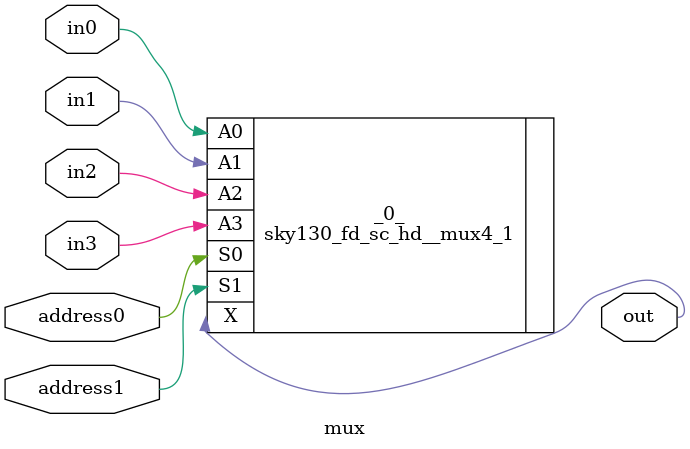
<source format=v>
/* Generated by Yosys 0.9+3621 (git sha1 84e9fa7, gcc 8.3.1 -fPIC -Os) */

module mux(out, address0, address1, in0, in1, in2, in3);
  input address0;
  input address1;
  input in0;
  input in1;
  input in2;
  input in3;
  output out;
  sky130_fd_sc_hd__mux4_1 _0_ (
    .A0(in0),
    .A1(in1),
    .A2(in2),
    .A3(in3),
    .S0(address0),
    .S1(address1),
    .X(out)
  );
endmodule

</source>
